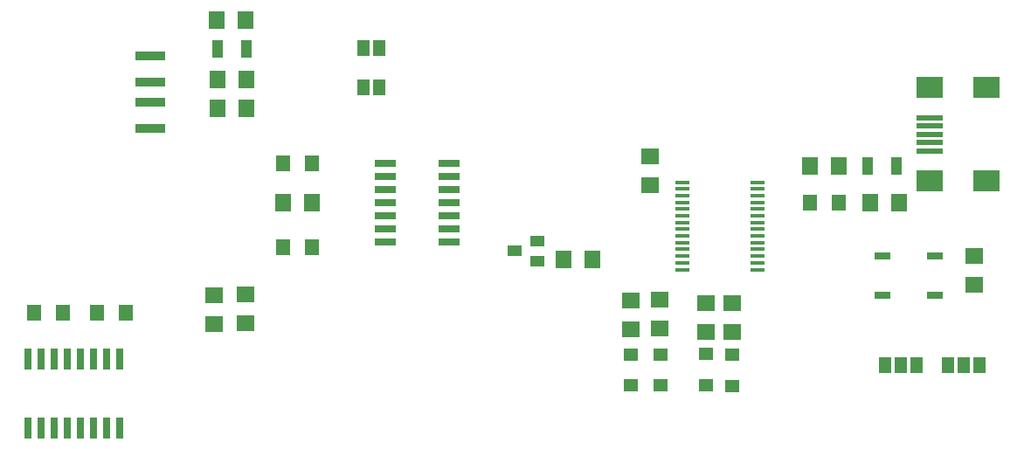
<source format=gtp>
G75*
G70*
%OFA0B0*%
%FSLAX24Y24*%
%IPPOS*%
%LPD*%
%AMOC8*
5,1,8,0,0,1.08239X$1,22.5*
%
%ADD10R,0.0550X0.0137*%
%ADD11R,0.0984X0.0197*%
%ADD12R,0.0984X0.0787*%
%ADD13R,0.0551X0.0472*%
%ADD14R,0.0709X0.0630*%
%ADD15R,0.0630X0.0709*%
%ADD16R,0.0551X0.0394*%
%ADD17R,0.0394X0.0709*%
%ADD18R,0.0551X0.0630*%
%ADD19R,0.0600X0.0300*%
%ADD20R,0.0460X0.0630*%
%ADD21R,0.0800X0.0260*%
%ADD22R,0.0260X0.0800*%
%ADD23R,0.1181X0.0354*%
D10*
X026661Y010847D03*
X026661Y011103D03*
X026661Y011359D03*
X026661Y011614D03*
X026661Y011870D03*
X026661Y012126D03*
X026661Y012382D03*
X026661Y012638D03*
X026661Y012894D03*
X026661Y013150D03*
X026661Y013406D03*
X026661Y013662D03*
X026661Y013918D03*
X026661Y014173D03*
X029540Y014173D03*
X029540Y013918D03*
X029540Y013662D03*
X029540Y013406D03*
X029540Y013150D03*
X029540Y012894D03*
X029540Y012638D03*
X029540Y012382D03*
X029540Y012126D03*
X029540Y011870D03*
X029540Y011614D03*
X029540Y011359D03*
X029540Y011103D03*
X029540Y010847D03*
D11*
X036117Y015380D03*
X036117Y015695D03*
X036117Y016010D03*
X036117Y016325D03*
X036117Y016640D03*
D12*
X036117Y017782D03*
X038282Y017782D03*
X038282Y014238D03*
X036117Y014238D03*
D13*
X028581Y007581D03*
X027571Y007621D03*
X025831Y007611D03*
X024701Y007601D03*
X024701Y006420D03*
X025831Y006430D03*
X027571Y006440D03*
X028581Y006400D03*
D14*
X028571Y008459D03*
X027571Y008469D03*
X025791Y008589D03*
X024701Y008559D03*
X024701Y009661D03*
X025791Y009691D03*
X027571Y009571D03*
X028571Y009561D03*
X025431Y014059D03*
X025431Y015161D03*
X037801Y011361D03*
X037801Y010259D03*
X010001Y009911D03*
X008801Y009861D03*
X008801Y008759D03*
X010001Y008809D03*
D15*
X011450Y013410D03*
X012552Y013410D03*
X010052Y017010D03*
X008950Y017010D03*
X008950Y018110D03*
X010052Y018110D03*
X010002Y020360D03*
X008900Y020360D03*
X022150Y011230D03*
X023252Y011230D03*
X031550Y014810D03*
X032652Y014810D03*
X033850Y013410D03*
X034952Y013410D03*
D16*
X021154Y011924D03*
X020288Y011550D03*
X021154Y011176D03*
D17*
X033750Y014810D03*
X034852Y014810D03*
X010052Y019260D03*
X008950Y019260D03*
D18*
X011450Y014910D03*
X012552Y014910D03*
X012552Y011710D03*
X011450Y011710D03*
X005452Y009210D03*
X004350Y009210D03*
X003052Y009210D03*
X001950Y009210D03*
X031550Y013410D03*
X032652Y013410D03*
D19*
X034301Y011360D03*
X036301Y011360D03*
X036301Y009860D03*
X034301Y009860D03*
D20*
X034401Y007210D03*
X035001Y007210D03*
X035601Y007210D03*
X036801Y007210D03*
X037401Y007210D03*
X038001Y007210D03*
X015101Y017810D03*
X014501Y017810D03*
X014501Y019310D03*
X015101Y019310D03*
D21*
X015341Y014910D03*
X015341Y014410D03*
X015341Y013910D03*
X015341Y013410D03*
X015341Y012910D03*
X015341Y012410D03*
X015341Y011910D03*
X017761Y011910D03*
X017761Y012410D03*
X017761Y012910D03*
X017761Y013410D03*
X017761Y013910D03*
X017761Y014410D03*
X017761Y014910D03*
D22*
X001701Y004805D03*
X002201Y004805D03*
X002701Y004805D03*
X003201Y004805D03*
X003701Y004805D03*
X004201Y004805D03*
X004701Y004805D03*
X005201Y004805D03*
X005201Y007415D03*
X004701Y007415D03*
X004201Y007415D03*
X003701Y007415D03*
X003201Y007415D03*
X002701Y007415D03*
X002201Y007415D03*
X001701Y007415D03*
D23*
X006359Y016232D03*
X006359Y017216D03*
X006359Y018004D03*
X006359Y018988D03*
M02*

</source>
